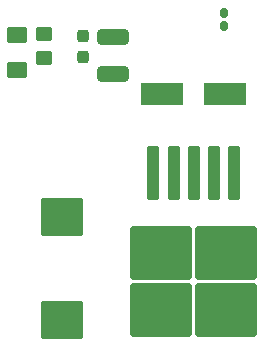
<source format=gbr>
%TF.GenerationSoftware,KiCad,Pcbnew,8.0.7*%
%TF.CreationDate,2025-03-15T22:57:34-07:00*%
%TF.ProjectId,Buck5,4275636b-352e-46b6-9963-61645f706362,rev?*%
%TF.SameCoordinates,Original*%
%TF.FileFunction,Paste,Top*%
%TF.FilePolarity,Positive*%
%FSLAX46Y46*%
G04 Gerber Fmt 4.6, Leading zero omitted, Abs format (unit mm)*
G04 Created by KiCad (PCBNEW 8.0.7) date 2025-03-15 22:57:34*
%MOMM*%
%LPD*%
G01*
G04 APERTURE LIST*
G04 Aperture macros list*
%AMRoundRect*
0 Rectangle with rounded corners*
0 $1 Rounding radius*
0 $2 $3 $4 $5 $6 $7 $8 $9 X,Y pos of 4 corners*
0 Add a 4 corners polygon primitive as box body*
4,1,4,$2,$3,$4,$5,$6,$7,$8,$9,$2,$3,0*
0 Add four circle primitives for the rounded corners*
1,1,$1+$1,$2,$3*
1,1,$1+$1,$4,$5*
1,1,$1+$1,$6,$7*
1,1,$1+$1,$8,$9*
0 Add four rect primitives between the rounded corners*
20,1,$1+$1,$2,$3,$4,$5,0*
20,1,$1+$1,$4,$5,$6,$7,0*
20,1,$1+$1,$6,$7,$8,$9,0*
20,1,$1+$1,$8,$9,$2,$3,0*%
G04 Aperture macros list end*
%ADD10RoundRect,0.250000X-1.075000X0.400000X-1.075000X-0.400000X1.075000X-0.400000X1.075000X0.400000X0*%
%ADD11RoundRect,0.237500X-0.237500X0.287500X-0.237500X-0.287500X0.237500X-0.287500X0.237500X0.287500X0*%
%ADD12RoundRect,0.200000X-1.550000X1.450000X-1.550000X-1.450000X1.550000X-1.450000X1.550000X1.450000X0*%
%ADD13RoundRect,0.250001X0.624999X-0.462499X0.624999X0.462499X-0.624999X0.462499X-0.624999X-0.462499X0*%
%ADD14RoundRect,0.250000X-0.300000X2.050000X-0.300000X-2.050000X0.300000X-2.050000X0.300000X2.050000X0*%
%ADD15RoundRect,0.250000X-2.375000X2.025000X-2.375000X-2.025000X2.375000X-2.025000X2.375000X2.025000X0*%
%ADD16RoundRect,0.160000X-0.160000X0.222500X-0.160000X-0.222500X0.160000X-0.222500X0.160000X0.222500X0*%
%ADD17R,3.550000X1.850000*%
%ADD18RoundRect,0.250000X0.450000X-0.350000X0.450000X0.350000X-0.450000X0.350000X-0.450000X-0.350000X0*%
G04 APERTURE END LIST*
D10*
%TO.C,R1*%
X113792000Y-78206000D03*
X113792000Y-81306000D03*
%TD*%
D11*
%TO.C,D3*%
X111252000Y-78119000D03*
X111252000Y-79869000D03*
%TD*%
D12*
%TO.C,L1*%
X109542500Y-102174500D03*
X109542500Y-93474500D03*
%TD*%
D13*
%TO.C,D1*%
X105664000Y-80989500D03*
X105664000Y-78014500D03*
%TD*%
D14*
%TO.C,U1*%
X124050000Y-89729000D03*
X122350000Y-89729000D03*
X120650000Y-89729000D03*
D15*
X123425000Y-96454000D03*
X117875000Y-96454000D03*
X123425000Y-101304000D03*
X117875000Y-101304000D03*
D14*
X118950000Y-89729000D03*
X117250000Y-89729000D03*
%TD*%
D16*
%TO.C,F1*%
X123190000Y-76135500D03*
X123190000Y-77280500D03*
%TD*%
D17*
%TO.C,C1*%
X123300000Y-83058000D03*
X118000000Y-83058000D03*
%TD*%
D18*
%TO.C,R2*%
X107950000Y-79978000D03*
X107950000Y-77978000D03*
%TD*%
M02*

</source>
